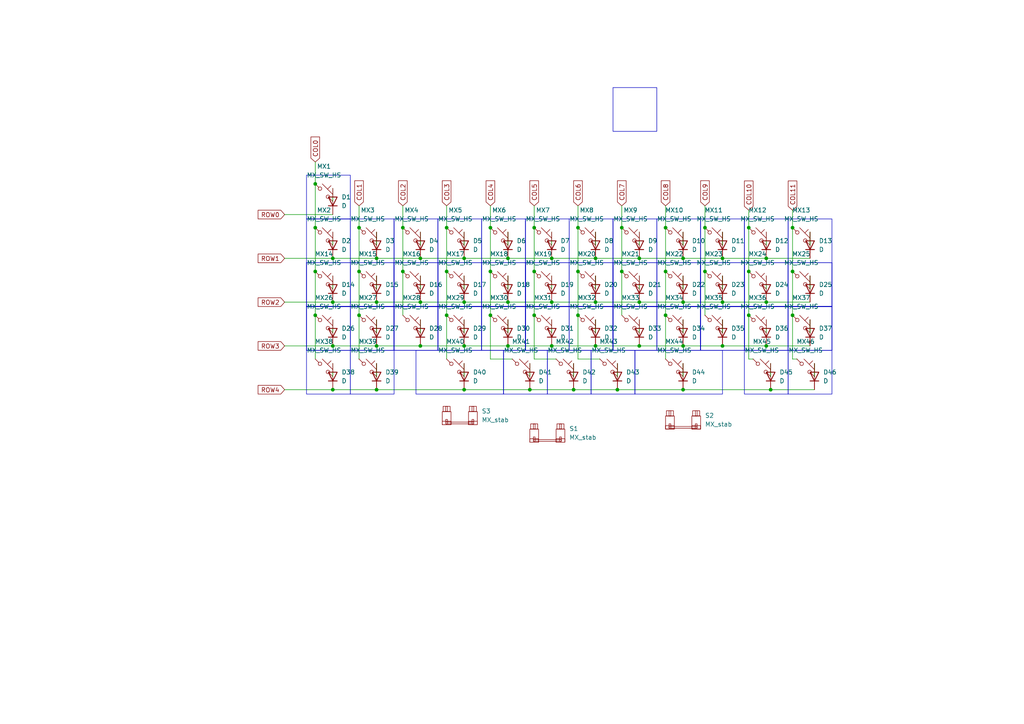
<source format=kicad_sch>
(kicad_sch (version 20231120) (generator "eeschema") (generator_version "8.0")
  (paper "A4")
  (title_block (title "Yampad") (date "2019-04-28") (rev "2.0") (company "Mattia Dal Ben"))
  (junction (at 185.42 87.63))
  (junction (at 172.72 87.63))
  (junction (at 167.64 91.44))
  (junction (at 217.17 91.44))
  (junction (at 129.54 66.04))
  (junction (at 222.25 74.93))
  (junction (at 229.87 91.44))
  (junction (at 209.55 100.33))
  (junction (at 172.72 100.33))
  (junction (at 167.64 66.04))
  (junction (at 147.32 87.63))
  (junction (at 134.62 113.03))
  (junction (at 154.94 91.44))
  (junction (at 198.12 100.33))
  (junction (at 142.24 66.04))
  (junction (at 147.32 100.33))
  (junction (at 180.34 66.04))
  (junction (at 198.12 113.03))
  (junction (at 142.24 91.44))
  (junction (at 222.25 87.63))
  (junction (at 116.84 66.04))
  (junction (at 198.12 87.63))
  (junction (at 121.92 87.63))
  (junction (at 96.52 87.63))
  (junction (at 96.52 100.33))
  (junction (at 129.54 78.74))
  (junction (at 96.52 113.03))
  (junction (at 121.92 74.93))
  (junction (at 109.22 74.93))
  (junction (at 160.02 87.63))
  (junction (at 147.32 74.93))
  (junction (at 160.02 100.33))
  (junction (at 121.92 100.33))
  (junction (at 193.04 78.74))
  (junction (at 142.24 78.74))
  (junction (at 129.54 91.44))
  (junction (at 160.02 74.93))
  (junction (at 229.87 78.74))
  (junction (at 172.72 74.93))
  (junction (at 96.52 74.93))
  (junction (at 104.14 66.04))
  (junction (at 134.62 87.63))
  (junction (at 109.22 87.63))
  (junction (at 154.94 66.04))
  (junction (at 134.62 100.33))
  (junction (at 91.44 53.34))
  (junction (at 209.55 74.93))
  (junction (at 180.34 78.74))
  (junction (at 229.87 66.04))
  (junction (at 167.64 78.74))
  (junction (at 209.55 87.63))
  (junction (at 91.44 78.74))
  (junction (at 116.84 78.74))
  (junction (at 193.04 91.44))
  (junction (at 104.14 91.44))
  (junction (at 193.04 66.04))
  (junction (at 109.22 113.03))
  (junction (at 166.37 113.03))
  (junction (at 198.12 74.93))
  (junction (at 179.07 113.03))
  (junction (at 91.44 66.04))
  (junction (at 204.47 66.04))
  (junction (at 134.62 74.93))
  (junction (at 185.42 100.33))
  (junction (at 104.14 78.74))
  (junction (at 91.44 91.44))
  (junction (at 222.25 100.33))
  (junction (at 217.17 66.04))
  (junction (at 217.17 78.74))
  (junction (at 223.52 113.03))
  (junction (at 204.47 78.74))
  (junction (at 154.94 78.74))
  (junction (at 109.22 100.33))
  (junction (at 185.42 74.93))
  (junction (at 153.67 113.03))
  (wire (pts (xy 109.22 100.33) (xy 121.92 100.33)))
  (wire (pts (xy 180.34 78.74) (xy 180.34 91.44)))
  (wire (pts (xy 82.55 87.63) (xy 96.52 87.63)))
  (wire (pts (xy 222.25 67.31) (xy 222.25 71.12)))
  (wire (pts (xy 160.02 80.01) (xy 160.02 83.82)))
  (wire (pts (xy 179.07 105.41) (xy 179.07 109.22)))
  (wire (pts (xy 104.14 78.74) (xy 104.14 91.44)))
  (wire (pts (xy 121.92 87.63) (xy 134.62 87.63)))
  (wire (pts (xy 198.12 80.01) (xy 198.12 83.82)))
  (wire (pts (xy 229.87 91.44) (xy 229.87 104.14)))
  (wire (pts (xy 229.87 104.14) (xy 231.14 104.14)))
  (wire (pts (xy 154.94 59.69) (xy 154.94 66.04)))
  (wire (pts (xy 185.42 87.63) (xy 198.12 87.63)))
  (wire (pts (xy 167.64 78.74) (xy 167.64 91.44)))
  (wire (pts (xy 180.34 59.69) (xy 180.34 66.04)))
  (wire (pts (xy 193.04 66.04) (xy 193.04 78.74)))
  (wire (pts (xy 198.12 87.63) (xy 209.55 87.63)))
  (wire (pts (xy 160.02 92.71) (xy 160.02 96.52)))
  (wire (pts (xy 109.22 92.71) (xy 109.22 96.52)))
  (wire (pts (xy 129.54 59.69) (xy 129.54 66.04)))
  (wire (pts (xy 222.25 74.93) (xy 234.95 74.93)))
  (wire (pts (xy 129.54 66.04) (xy 129.54 78.74)))
  (wire (pts (xy 234.95 80.01) (xy 234.95 83.82)))
  (wire (pts (xy 116.84 66.04) (xy 116.84 78.74)))
  (wire (pts (xy 129.54 91.44) (xy 129.54 104.14)))
  (wire (pts (xy 167.64 104.14) (xy 173.99 104.14)))
  (wire (pts (xy 134.62 87.63) (xy 147.32 87.63)))
  (wire (pts (xy 217.17 66.04) (xy 217.17 78.74)))
  (wire (pts (xy 209.55 100.33) (xy 222.25 100.33)))
  (wire (pts (xy 142.24 59.69) (xy 142.24 66.04)))
  (wire (pts (xy 154.94 66.04) (xy 154.94 78.74)))
  (wire (pts (xy 204.47 59.69) (xy 204.47 66.04)))
  (wire (pts (xy 129.54 78.74) (xy 129.54 91.44)))
  (wire (pts (xy 96.52 80.01) (xy 96.52 83.82)))
  (wire (pts (xy 167.64 66.04) (xy 167.64 78.74)))
  (wire (pts (xy 96.52 54.61) (xy 96.52 58.42)))
  (wire (pts (xy 172.72 67.31) (xy 172.72 71.12)))
  (wire (pts (xy 109.22 87.63) (xy 121.92 87.63)))
  (wire (pts (xy 185.42 67.31) (xy 185.42 71.12)))
  (wire (pts (xy 193.04 78.74) (xy 193.04 91.44)))
  (wire (pts (xy 160.02 87.63) (xy 172.72 87.63)))
  (wire (pts (xy 198.12 74.93) (xy 209.55 74.93)))
  (wire (pts (xy 109.22 67.31) (xy 109.22 71.12)))
  (wire (pts (xy 147.32 100.33) (xy 160.02 100.33)))
  (wire (pts (xy 121.92 74.93) (xy 134.62 74.93)))
  (wire (pts (xy 142.24 104.14) (xy 148.59 104.14)))
  (wire (pts (xy 234.95 67.31) (xy 234.95 71.12)))
  (wire (pts (xy 134.62 113.03) (xy 153.67 113.03)))
  (wire (pts (xy 147.32 87.63) (xy 160.02 87.63)))
  (wire (pts (xy 147.32 67.31) (xy 147.32 71.12)))
  (wire (pts (xy 96.52 92.71) (xy 96.52 96.52)))
  (wire (pts (xy 185.42 80.01) (xy 185.42 83.82)))
  (wire (pts (xy 96.52 113.03) (xy 109.22 113.03)))
  (wire (pts (xy 198.12 113.03) (xy 223.52 113.03)))
  (wire (pts (xy 121.92 80.01) (xy 121.92 83.82)))
  (wire (pts (xy 142.24 78.74) (xy 142.24 91.44)))
  (wire (pts (xy 236.22 105.41) (xy 236.22 109.22)))
  (wire (pts (xy 160.02 67.31) (xy 160.02 71.12)))
  (wire (pts (xy 193.04 59.69) (xy 193.04 66.04)))
  (wire (pts (xy 134.62 105.41) (xy 134.62 109.22)))
  (wire (pts (xy 160.02 74.93) (xy 172.72 74.93)))
  (wire (pts (xy 82.55 100.33) (xy 96.52 100.33)))
  (wire (pts (xy 172.72 74.93) (xy 185.42 74.93)))
  (wire (pts (xy 167.64 59.69) (xy 167.64 66.04)))
  (wire (pts (xy 154.94 91.44) (xy 154.94 104.14)))
  (wire (pts (xy 82.55 113.03) (xy 96.52 113.03)))
  (wire (pts (xy 209.55 92.71) (xy 209.55 96.52)))
  (wire (pts (xy 198.12 92.71) (xy 198.12 96.52)))
  (wire (pts (xy 185.42 74.93) (xy 198.12 74.93)))
  (wire (pts (xy 229.87 78.74) (xy 229.87 91.44)))
  (wire (pts (xy 134.62 80.01) (xy 134.62 83.82)))
  (wire (pts (xy 91.44 91.44) (xy 91.44 104.14)))
  (wire (pts (xy 234.95 92.71) (xy 234.95 96.52)))
  (wire (pts (xy 204.47 66.04) (xy 204.47 78.74)))
  (wire (pts (xy 179.07 113.03) (xy 198.12 113.03)))
  (wire (pts (xy 109.22 80.01) (xy 109.22 83.82)))
  (wire (pts (xy 166.37 105.41) (xy 166.37 109.22)))
  (wire (pts (xy 109.22 105.41) (xy 109.22 109.22)))
  (wire (pts (xy 209.55 80.01) (xy 209.55 83.82)))
  (wire (pts (xy 142.24 66.04) (xy 142.24 78.74)))
  (wire (pts (xy 222.25 80.01) (xy 222.25 83.82)))
  (wire (pts (xy 222.25 100.33) (xy 234.95 100.33)))
  (wire (pts (xy 198.12 67.31) (xy 198.12 71.12)))
  (wire (pts (xy 153.67 105.41) (xy 153.67 109.22)))
  (wire (pts (xy 222.25 87.63) (xy 234.95 87.63)))
  (wire (pts (xy 217.17 60.96) (xy 217.17 66.04)))
  (wire (pts (xy 121.92 100.33) (xy 134.62 100.33)))
  (wire (pts (xy 172.72 100.33) (xy 185.42 100.33)))
  (wire (pts (xy 180.34 66.04) (xy 180.34 78.74)))
  (wire (pts (xy 166.37 113.03) (xy 179.07 113.03)))
  (wire (pts (xy 167.64 91.44) (xy 167.64 104.14)))
  (wire (pts (xy 96.52 105.41) (xy 96.52 109.22)))
  (wire (pts (xy 91.44 46.99) (xy 91.44 53.34)))
  (wire (pts (xy 147.32 80.01) (xy 147.32 83.82)))
  (wire (pts (xy 147.32 74.93) (xy 160.02 74.93)))
  (wire (pts (xy 147.32 92.71) (xy 147.32 96.52)))
  (wire (pts (xy 229.87 60.96) (xy 229.87 66.04)))
  (wire (pts (xy 109.22 74.93) (xy 121.92 74.93)))
  (wire (pts (xy 104.14 59.69) (xy 104.14 66.04)))
  (wire (pts (xy 222.25 92.71) (xy 222.25 96.52)))
  (wire (pts (xy 96.52 74.93) (xy 109.22 74.93)))
  (wire (pts (xy 134.62 100.33) (xy 147.32 100.33)))
  (wire (pts (xy 121.92 67.31) (xy 121.92 71.12)))
  (wire (pts (xy 96.52 100.33) (xy 109.22 100.33)))
  (wire (pts (xy 121.92 92.71) (xy 121.92 96.52)))
  (wire (pts (xy 198.12 105.41) (xy 198.12 109.22)))
  (wire (pts (xy 217.17 104.14) (xy 218.44 104.14)))
  (wire (pts (xy 209.55 67.31) (xy 209.55 71.12)))
  (wire (pts (xy 154.94 78.74) (xy 154.94 91.44)))
  (wire (pts (xy 198.12 100.33) (xy 209.55 100.33)))
  (wire (pts (xy 91.44 53.34) (xy 91.44 66.04)))
  (wire (pts (xy 82.55 62.23) (xy 96.52 62.23)))
  (wire (pts (xy 217.17 91.44) (xy 217.17 104.14)))
  (wire (pts (xy 134.62 92.71) (xy 134.62 96.52)))
  (wire (pts (xy 134.62 74.93) (xy 147.32 74.93)))
  (wire (pts (xy 96.52 87.63) (xy 109.22 87.63)))
  (wire (pts (xy 172.72 87.63) (xy 185.42 87.63)))
  (wire (pts (xy 160.02 100.33) (xy 172.72 100.33)))
  (wire (pts (xy 185.42 92.71) (xy 185.42 96.52)))
  (wire (pts (xy 172.72 80.01) (xy 172.72 83.82)))
  (wire (pts (xy 172.72 92.71) (xy 172.72 96.52)))
  (wire (pts (xy 91.44 78.74) (xy 91.44 91.44)))
  (wire (pts (xy 204.47 78.74) (xy 204.47 91.44)))
  (wire (pts (xy 134.62 67.31) (xy 134.62 71.12)))
  (wire (pts (xy 193.04 91.44) (xy 193.04 104.14)))
  (wire (pts (xy 104.14 91.44) (xy 104.14 104.14)))
  (wire (pts (xy 217.17 78.74) (xy 217.17 91.44)))
  (wire (pts (xy 223.52 105.41) (xy 223.52 109.22)))
  (wire (pts (xy 109.22 113.03) (xy 134.62 113.03)))
  (wire (pts (xy 223.52 113.03) (xy 236.22 113.03)))
  (wire (pts (xy 116.84 59.69) (xy 116.84 66.04)))
  (wire (pts (xy 82.55 74.93) (xy 96.52 74.93)))
  (wire (pts (xy 209.55 87.63) (xy 222.25 87.63)))
  (wire (pts (xy 153.67 113.03) (xy 166.37 113.03)))
  (wire (pts (xy 116.84 78.74) (xy 116.84 91.44)))
  (wire (pts (xy 91.44 66.04) (xy 91.44 78.74)))
  (wire (pts (xy 209.55 74.93) (xy 222.25 74.93)))
  (wire (pts (xy 104.14 66.04) (xy 104.14 78.74)))
  (wire (pts (xy 154.94 104.14) (xy 161.29 104.14)))
  (wire (pts (xy 142.24 91.44) (xy 142.24 104.14)))
  (wire (pts (xy 185.42 100.33) (xy 198.12 100.33)))
  (wire (pts (xy 229.87 66.04) (xy 229.87 78.74)))
  (wire (pts (xy 96.52 67.31) (xy 96.52 71.12)))
  (rectangle (start 139.7 88.9) (end 152.4 101.6))
  (rectangle (start 114.3 76.2) (end 127 88.9))
  (rectangle (start 228.6 76.2) (end 241.3 88.9))
  (rectangle (start 165.1 88.9) (end 177.8 101.6))
  (rectangle (start 190.5 76.2) (end 203.2 88.9))
  (rectangle (start 146.05 101.6) (end 158.75 114.3))
  (rectangle (start 215.9 88.9) (end 228.6 101.6))
  (rectangle (start 114.3 76.2) (end 127 88.9))
  (rectangle (start 228.6 88.9) (end 241.3 101.6))
  (rectangle (start 88.9 63.5) (end 101.6 76.2))
  (rectangle (start 120.65 101.6) (end 146.05 114.3))
  (rectangle (start 101.6 101.6) (end 114.3 114.3))
  (rectangle (start 88.9 88.9) (end 101.6 101.6))
  (rectangle (start 127 76.2) (end 139.7 88.9))
  (rectangle (start 177.8 76.2) (end 190.5 88.9))
  (rectangle (start 139.7 88.9) (end 152.4 101.6))
  (rectangle (start 228.6 76.2) (end 241.3 88.9))
  (rectangle (start 184.15 101.6) (end 209.55 114.3))
  (rectangle (start 177.8 63.5) (end 190.5 76.2))
  (rectangle (start 152.4 76.2) (end 165.1 88.9))
  (rectangle (start 88.9 76.2) (end 101.6 88.9))
  (rectangle (start 101.6 76.2) (end 114.3 88.9))
  (rectangle (start 177.8 88.9) (end 190.5 101.6))
  (rectangle (start 177.8 88.9) (end 190.5 101.6))
  (rectangle (start 203.2 76.2) (end 215.9 88.9))
  (rectangle (start 101.6 88.9) (end 114.3 101.6))
  (rectangle (start 190.5 76.2) (end 203.2 88.9))
  (rectangle (start 88.9 50.8) (end 101.6 63.5))
  (rectangle (start 203.2 88.9) (end 215.9 101.6))
  (rectangle (start 127 88.9) (end 139.7 101.6))
  (rectangle (start 152.4 76.2) (end 165.1 88.9))
  (rectangle (start 152.4 88.9) (end 165.1 101.6))
  (rectangle (start 203.2 63.5) (end 215.9 76.2))
  (rectangle (start 139.7 76.2) (end 152.4 88.9))
  (rectangle (start 101.6 76.2) (end 114.3 88.9))
  (rectangle (start 139.7 76.2) (end 152.4 88.9))
  (rectangle (start 152.4 63.5) (end 165.1 76.2))
  (rectangle (start 139.7 63.5) (end 152.4 76.2))
  (rectangle (start 101.6 63.5) (end 114.3 76.2))
  (rectangle (start 165.1 63.5) (end 177.8 76.2))
  (rectangle (start 114.3 88.9) (end 127 101.6))
  (rectangle (start 215.9 101.6) (end 228.6 114.3))
  (rectangle (start 127 76.2) (end 139.7 88.9))
  (rectangle (start 203.2 88.9) (end 215.9 101.6))
  (rectangle (start 88.9 101.6) (end 101.6 114.3))
  (rectangle (start 101.6 88.9) (end 114.3 101.6))
  (rectangle (start 215.9 63.5) (end 228.6 76.2))
  (rectangle (start 165.1 76.2) (end 177.8 88.9))
  (rectangle (start 165.1 88.9) (end 177.8 101.6))
  (rectangle (start 114.3 88.9) (end 127 101.6))
  (rectangle (start 190.5 88.9) (end 203.2 101.6))
  (rectangle (start 215.9 76.2) (end 228.6 88.9))
  (rectangle (start 228.6 63.5) (end 241.3 76.2))
  (rectangle (start 152.4 88.9) (end 165.1 101.6))
  (rectangle (start 127 63.5) (end 139.7 76.2))
  (rectangle (start 177.8 76.2) (end 190.5 88.9))
  (rectangle (start 203.2 76.2) (end 215.9 88.9))
  (rectangle (start 171.45 101.6) (end 184.15 114.3))
  (rectangle (start 228.6 88.9) (end 241.3 101.6))
  (rectangle (start 228.6 101.6) (end 241.3 114.3))
  (rectangle (start 114.3 63.5) (end 127 76.2))
  (rectangle (start 215.9 76.2) (end 228.6 88.9))
  (rectangle (start 215.9 88.9) (end 228.6 101.6))
  (rectangle (start 190.5 63.5) (end 203.2 76.2))
  (rectangle (start 127 88.9) (end 139.7 101.6))
  (rectangle (start 190.5 88.9) (end 203.2 101.6))
  (rectangle (start 177.8 25.4) (end 190.5 38.1))
  (rectangle (start 158.75 101.6) (end 171.45 114.3))
  (rectangle (start 88.9 88.9) (end 101.6 101.6))
  (rectangle (start 165.1 76.2) (end 177.8 88.9))
  (rectangle (start 88.9 76.2) (end 101.6 88.9))
  (global_label "COL1" (shape input) (at 104.14 59.69 90) (property "Intersheetrefs" "${INTERSHEET_REFS}" (effects (hide yes))))
  (global_label "ROW4" (shape input) (at 82.55 113.03 180) (property "Intersheetrefs" "${INTERSHEET_REFS}" (effects (hide yes))))
  (global_label "ROW1" (shape input) (at 82.55 74.93 180) (property "Intersheetrefs" "${INTERSHEET_REFS}" (effects (hide yes))))
  (global_label "COL6" (shape input) (at -40.64 41.91 180) (property "Intersheetrefs" "${INTERSHEET_REFS}" (effects (hide yes))))
  (global_label "COL0" (shape input) (at -10.16 29.21 0) (property "Intersheetrefs" "${INTERSHEET_REFS}" (effects (hide yes))))
  (global_label "ROW2" (shape input) (at -10.16 36.83 0) (property "Intersheetrefs" "${INTERSHEET_REFS}" (effects (hide yes))))
  (global_label "ROW3" (shape input) (at 82.55 100.33 180) (property "Intersheetrefs" "${INTERSHEET_REFS}" (effects (hide yes))))
  (global_label "COL0" (shape input) (at 91.44 46.99 90) (property "Intersheetrefs" "${INTERSHEET_REFS}" (effects (hide yes))))
  (global_label "COL5" (shape input) (at -40.64 44.45 180) (property "Intersheetrefs" "${INTERSHEET_REFS}" (effects (hide yes))))
  (global_label "COL4" (shape input) (at 142.24 59.69 90) (property "Intersheetrefs" "${INTERSHEET_REFS}" (effects (hide yes))))
  (global_label "COL10" (shape input) (at 217.17 60.96 90) (property "Intersheetrefs" "${INTERSHEET_REFS}" (effects (hide yes))))
  (global_label "COL4" (shape input) (at -40.64 46.99 180) (property "Intersheetrefs" "${INTERSHEET_REFS}" (effects (hide yes))))
  (global_label "COL2" (shape input) (at 116.84 59.69 90) (property "Intersheetrefs" "${INTERSHEET_REFS}" (effects (hide yes))))
  (global_label "COL7" (shape input) (at 180.34 59.69 90) (property "Intersheetrefs" "${INTERSHEET_REFS}" (effects (hide yes))))
  (global_label "COL11" (shape input) (at 229.87 60.96 90) (property "Intersheetrefs" "${INTERSHEET_REFS}" (effects (hide yes))))
  (global_label "COL6" (shape input) (at 167.64 59.69 90) (property "Intersheetrefs" "${INTERSHEET_REFS}" (effects (hide yes))))
  (global_label "ROW3" (shape input) (at -10.16 34.29 0) (property "Intersheetrefs" "${INTERSHEET_REFS}" (effects (hide yes))))
  (global_label "COL5" (shape input) (at 154.94 59.69 90) (property "Intersheetrefs" "${INTERSHEET_REFS}" (effects (hide yes))))
  (global_label "COL9" (shape input) (at 204.47 59.69 90) (property "Intersheetrefs" "${INTERSHEET_REFS}" (effects (hide yes))))
  (global_label "COL8" (shape input) (at -40.64 36.83 180) (property "Intersheetrefs" "${INTERSHEET_REFS}" (effects (hide yes))))
  (global_label "COL3" (shape input) (at -10.16 46.99 0) (property "Intersheetrefs" "${INTERSHEET_REFS}" (effects (hide yes))))
  (global_label "ROW0" (shape input) (at 82.55 62.23 180) (property "Intersheetrefs" "${INTERSHEET_REFS}" (effects (hide yes))))
  (global_label "COL10" (shape input) (at -40.64 31.75 180) (property "Intersheetrefs" "${INTERSHEET_REFS}" (effects (hide yes))))
  (global_label "COL1" (shape input) (at -10.16 41.91 0) (property "Intersheetrefs" "${INTERSHEET_REFS}" (effects (hide yes))))
  (global_label "COL2" (shape input) (at -10.16 44.45 0) (property "Intersheetrefs" "${INTERSHEET_REFS}" (effects (hide yes))))
  (global_label "COL8" (shape input) (at 193.04 59.69 90) (property "Intersheetrefs" "${INTERSHEET_REFS}" (effects (hide yes))))
  (global_label "ROW1" (shape input) (at -10.16 39.37 0) (property "Intersheetrefs" "${INTERSHEET_REFS}" (effects (hide yes))))
  (global_label "COL3" (shape input) (at 129.54 59.69 90) (property "Intersheetrefs" "${INTERSHEET_REFS}" (effects (hide yes))))
  (global_label "ROW2" (shape input) (at 82.55 87.63 180) (property "Intersheetrefs" "${INTERSHEET_REFS}" (effects (hide yes))))
  (global_label "ROW0" (shape input) (at -40.64 21.59 180) (property "Intersheetrefs" "${INTERSHEET_REFS}" (effects (hide yes))))
  (global_label "COL11" (shape input) (at -40.64 29.21 180) (property "Intersheetrefs" "${INTERSHEET_REFS}" (effects (hide yes))))
  (global_label "ROW4" (shape input) (at -10.16 31.75 0) (property "Intersheetrefs" "${INTERSHEET_REFS}" (effects (hide yes))))
  (global_label "COL7" (shape input) (at -40.64 39.37 180) (property "Intersheetrefs" "${INTERSHEET_REFS}" (effects (hide yes))))
  (global_label "RST" (shape input) (at -10.16 24.13 0) (property "Intersheetrefs" "${INTERSHEET_REFS}" (effects (hide yes))))
  (global_label "COL9" (shape input) (at -40.64 34.29 180) (property "Intersheetrefs" "${INTERSHEET_REFS}" (effects (hide yes))))
  (symbol (lib_id "yampad_v2-rescue:VCC-power") (at -10.16 26.67 270) (unit 1)
    (property "Reference" "#PWR0130" (effects (hide yes)))
    (property "Value" "VCC" (at -6.9088 27.1018 90) (effects (justify left)))
  )
  (symbol (lib_id "yampad_v2-rescue:GND-power") (at -10.16 21.59 90) (unit 1)
    (property "Reference" "#PWR0131" (effects (hide yes)))
    (property "Value" "GND" (at -6.9088 21.463 90) (effects (justify right)))
  )
  (symbol (lib_id "yampad_v2-rescue:GND-power") (at -40.64 24.13 270) (unit 1)
    (property "Reference" "#PWR0133" (effects (hide yes)))
    (property "Value" "GND" (at -43.8912 24.257 90) (effects (justify right)))
  )
  (symbol (lib_id "yampad_v2-rescue:GND-power") (at -40.64 26.67 270) (unit 1)
    (property "Reference" "#PWR0134" (effects (hide yes)))
    (property "Value" "GND" (at -43.8912 26.797 90) (effects (justify right)))
  )
  (symbol (lib_id "PCM_marbastlib-mx:MX_SW_HS_CPG151101S11") (at 195.58 81.28 0) (unit 1)
    (property "Reference" "MX22" (at 195.58 73.66 0))
    (property "Value" "MX_SW_HS" (at 195.58 76.2 0))
    (property "Footprint" "PCM_marbastlib-mx:SW_MX_HS_CPG151101S11_1u" (effects (hide yes)))
    (property "Description" "Push button switch, normally open, two pins, 45° tilted, Kailh CPG151101S11 for Cherry MX style switches" (effects (hide yes)))
  )
  (symbol (lib_id "PCM_marbastlib-mx:MX_SW_HS_CPG151101S11") (at 207.01 81.28 0) (unit 1)
    (property "Reference" "MX23" (at 207.01 73.66 0))
    (property "Value" "MX_SW_HS" (at 207.01 76.2 0))
    (property "Footprint" "PCM_marbastlib-mx:SW_MX_HS_CPG151101S11_1u" (effects (hide yes)))
    (property "Description" "Push button switch, normally open, two pins, 45° tilted, Kailh CPG151101S11 for Cherry MX style switches" (effects (hide yes)))
  )
  (symbol (lib_id "Device:D") (at 121.92 71.12 90) (unit 1)
    (property "Reference" "D4" (at 124.46 69.8499 90) (effects (justify right)))
    (property "Value" "D" (at 124.46 72.3899 90) (effects (justify right)))
    (property "Footprint" "Diode_SMD:D_SOD-123" (effects (hide yes)))
    (property "Description" "Diode" (effects (hide yes)))
    (property "Sim.Device" "D" (effects (hide yes)))
    (property "Sim.Pins" "1=K 2=A" (effects (hide yes)))
  )
  (symbol (lib_id "PCM_marbastlib-mx:MX_SW_HS_CPG151101S11") (at 232.41 81.28 0) (unit 1)
    (property "Reference" "MX25" (at 232.41 73.66 0))
    (property "Value" "MX_SW_HS" (at 232.41 76.2 0))
    (property "Footprint" "PCM_marbastlib-mx:SW_MX_HS_CPG151101S11_1u" (effects (hide yes)))
    (property "Description" "Push button switch, normally open, two pins, 45° tilted, Kailh CPG151101S11 for Cherry MX style switches" (effects (hide yes)))
  )
  (symbol (lib_id "PCM_marbastlib-mx:MX_SW_HS_CPG151101S11") (at 233.68 106.68 0) (unit 1)
    (property "Reference" "MX46" (at 233.68 99.06 0))
    (property "Value" "MX_SW_HS" (at 233.68 101.6 0))
    (property "Footprint" "PCM_marbastlib-mx:SW_MX_HS_CPG151101S11_1u" (effects (hide yes)))
    (property "Description" "Push button switch, normally open, two pins, 45° tilted, Kailh CPG151101S11 for Cherry MX style switches" (effects (hide yes)))
  )
  (symbol (lib_id "PCM_marbastlib-mx:MX_SW_HS_CPG151101S11") (at 176.53 106.68 0) (unit 1)
    (property "Reference" "MX43" (at 176.53 99.06 0))
    (property "Value" "MX_SW_HS" (at 176.53 101.6 0))
    (property "Footprint" "PCM_marbastlib-mx:SW_MX_HS_CPG151101S11_1u" (effects (hide yes)))
    (property "Description" "Push button switch, normally open, two pins, 45° tilted, Kailh CPG151101S11 for Cherry MX style switches" (effects (hide yes)))
  )
  (symbol (lib_id "Device:D") (at 234.95 71.12 90) (unit 1)
    (property "Reference" "D13" (at 237.49 69.8499 90) (effects (justify right)))
    (property "Value" "D" (at 237.49 72.3899 90) (effects (justify right)))
    (property "Footprint" "Diode_SMD:D_SOD-123" (effects (hide yes)))
    (property "Description" "Diode" (effects (hide yes)))
    (property "Sim.Device" "D" (effects (hide yes)))
    (property "Sim.Pins" "1=K 2=A" (effects (hide yes)))
  )
  (symbol (lib_id "PCM_marbastlib-mx:MX_SW_HS_CPG151101S11") (at 132.08 81.28 0) (unit 1)
    (property "Reference" "MX17" (at 132.08 73.66 0))
    (property "Value" "MX_SW_HS" (at 132.08 76.2 0))
    (property "Footprint" "PCM_marbastlib-mx:SW_MX_HS_CPG151101S11_1u" (effects (hide yes)))
    (property "Description" "Push button switch, normally open, two pins, 45° tilted, Kailh CPG151101S11 for Cherry MX style switches" (effects (hide yes)))
  )
  (symbol (lib_id "Device:D") (at 121.92 83.82 90) (unit 1)
    (property "Reference" "D16" (at 124.46 82.5499 90) (effects (justify right)))
    (property "Value" "D" (at 124.46 85.0899 90) (effects (justify right)))
    (property "Footprint" "Diode_SMD:D_SOD-123" (effects (hide yes)))
    (property "Description" "Diode" (effects (hide yes)))
    (property "Sim.Device" "D" (effects (hide yes)))
    (property "Sim.Pins" "1=K 2=A" (effects (hide yes)))
  )
  (symbol (lib_id "PCM_marbastlib-mx:MX_SW_HS_CPG151101S11") (at 93.98 68.58 0) (unit 1)
    (property "Reference" "MX2" (at 93.98 60.96 0))
    (property "Value" "MX_SW_HS" (at 93.98 63.5 0))
    (property "Footprint" "PCM_marbastlib-mx:SW_MX_HS_CPG151101S11_1u" (effects (hide yes)))
    (property "Description" "Push button switch, normally open, two pins, 45° tilted, Kailh CPG151101S11 for Cherry MX style switches" (effects (hide yes)))
  )
  (symbol (lib_id "PCM_marbastlib-mx:MX_SW_HS_CPG151101S11") (at 195.58 106.68 0) (unit 1)
    (property "Reference" "MX44" (at 195.58 99.06 0))
    (property "Value" "MX_SW_HS" (at 195.58 101.6 0))
    (property "Footprint" "PCM_marbastlib-mx:SW_MX_HS_CPG151101S11_1u" (effects (hide yes)))
    (property "Description" "Push button switch, normally open, two pins, 45° tilted, Kailh CPG151101S11 for Cherry MX style switches" (effects (hide yes)))
  )
  (symbol (lib_id "Device:D") (at 185.42 83.82 90) (unit 1)
    (property "Reference" "D21" (at 187.96 82.5499 90) (effects (justify right)))
    (property "Value" "D" (at 187.96 85.0899 90) (effects (justify right)))
    (property "Footprint" "Diode_SMD:D_SOD-123" (effects (hide yes)))
    (property "Description" "Diode" (effects (hide yes)))
    (property "Sim.Device" "D" (effects (hide yes)))
    (property "Sim.Pins" "1=K 2=A" (effects (hide yes)))
  )
  (symbol (lib_id "Device:D") (at 96.52 58.42 90) (unit 1)
    (property "Reference" "D1" (at 99.06 57.1499 90) (effects (justify right)))
    (property "Value" "D" (at 99.06 59.6899 90) (effects (justify right)))
    (property "Footprint" "Diode_SMD:D_SOD-123" (effects (hide yes)))
    (property "Description" "Diode" (effects (hide yes)))
    (property "Sim.Device" "D" (effects (hide yes)))
    (property "Sim.Pins" "1=K 2=A" (effects (hide yes)))
  )
  (symbol (lib_id "Device:D") (at 160.02 83.82 90) (unit 1)
    (property "Reference" "D19" (at 162.56 82.5499 90) (effects (justify right)))
    (property "Value" "D" (at 162.56 85.0899 90) (effects (justify right)))
    (property "Footprint" "Diode_SMD:D_SOD-123" (effects (hide yes)))
    (property "Description" "Diode" (effects (hide yes)))
    (property "Sim.Device" "D" (effects (hide yes)))
    (property "Sim.Pins" "1=K 2=A" (effects (hide yes)))
  )
  (symbol (lib_id "Device:D") (at 134.62 96.52 90) (unit 1)
    (property "Reference" "D29" (at 137.16 95.2499 90) (effects (justify right)))
    (property "Value" "D" (at 137.16 97.7899 90) (effects (justify right)))
    (property "Footprint" "Diode_SMD:D_SOD-123" (effects (hide yes)))
    (property "Description" "Diode" (effects (hide yes)))
    (property "Sim.Device" "D" (effects (hide yes)))
    (property "Sim.Pins" "1=K 2=A" (effects (hide yes)))
  )
  (symbol (lib_id "Device:D") (at 147.32 83.82 90) (unit 1)
    (property "Reference" "D18" (at 149.86 82.5499 90) (effects (justify right)))
    (property "Value" "D" (at 149.86 85.0899 90) (effects (justify right)))
    (property "Footprint" "Diode_SMD:D_SOD-123" (effects (hide yes)))
    (property "Description" "Diode" (effects (hide yes)))
    (property "Sim.Device" "D" (effects (hide yes)))
    (property "Sim.Pins" "1=K 2=A" (effects (hide yes)))
  )
  (symbol (lib_id "PCM_marbastlib-mx:MX_SW_HS_CPG151101S11") (at 157.48 68.58 0) (unit 1)
    (property "Reference" "MX7" (at 157.48 60.96 0))
    (property "Value" "MX_SW_HS" (at 157.48 63.5 0))
    (property "Footprint" "PCM_marbastlib-mx:SW_MX_HS_CPG151101S11_1u" (effects (hide yes)))
    (property "Description" "Push button switch, normally open, two pins, 45° tilted, Kailh CPG151101S11 for Cherry MX style switches" (effects (hide yes)))
  )
  (symbol (lib_id "PCM_marbastlib-mx:MX_SW_HS_CPG151101S11") (at 219.71 81.28 0) (unit 1)
    (property "Reference" "MX24" (at 219.71 73.66 0))
    (property "Value" "MX_SW_HS" (at 219.71 76.2 0))
    (property "Footprint" "PCM_marbastlib-mx:SW_MX_HS_CPG151101S11_1u" (effects (hide yes)))
    (property "Description" "Push button switch, normally open, two pins, 45° tilted, Kailh CPG151101S11 for Cherry MX style switches" (effects (hide yes)))
  )
  (symbol (lib_id "PCM_marbastlib-mx:MX_SW_HS_CPG151101S11") (at 132.08 106.68 0) (unit 1)
    (property "Reference" "MX40" (at 132.08 99.06 0))
    (property "Value" "MX_SW_HS" (at 132.08 101.6 0))
    (property "Footprint" "PCM_marbastlib-mx:SW_MX_HS_CPG151101S11_1u" (effects (hide yes)))
    (property "Description" "Push button switch, normally open, two pins, 45° tilted, Kailh CPG151101S11 for Cherry MX style switches" (effects (hide yes)))
  )
  (symbol (lib_id "PCM_marbastlib-mx:MX_SW_HS_CPG151101S11") (at 207.01 93.98 0) (unit 1)
    (property "Reference" "MX35" (at 207.01 86.36 0))
    (property "Value" "MX_SW_HS" (at 207.01 88.9 0))
    (property "Footprint" "PCM_marbastlib-mx:SW_MX_HS_CPG151101S11_1u" (effects (hide yes)))
    (property "Description" "Push button switch, normally open, two pins, 45° tilted, Kailh CPG151101S11 for Cherry MX style switches" (effects (hide yes)))
  )
  (symbol (lib_id "Device:D") (at 96.52 96.52 90) (unit 1)
    (property "Reference" "D26" (at 99.06 95.2499 90) (effects (justify right)))
    (property "Value" "D" (at 99.06 97.7899 90) (effects (justify right)))
    (property "Footprint" "Diode_SMD:D_SOD-123" (effects (hide yes)))
    (property "Description" "Diode" (effects (hide yes)))
    (property "Sim.Device" "D" (effects (hide yes)))
    (property "Sim.Pins" "1=K 2=A" (effects (hide yes)))
  )
  (symbol (lib_id "PCM_marbastlib-mx:MX_SW_HS_CPG151101S11") (at 232.41 93.98 0) (unit 1)
    (property "Reference" "MX37" (at 232.41 86.36 0))
    (property "Value" "MX_SW_HS" (at 232.41 88.9 0))
    (property "Footprint" "PCM_marbastlib-mx:SW_MX_HS_CPG151101S11_1u" (effects (hide yes)))
    (property "Description" "Push button switch, normally open, two pins, 45° tilted, Kailh CPG151101S11 for Cherry MX style switches" (effects (hide yes)))
  )
  (symbol (lib_id "PCM_marbastlib-mx:MX_SW_HS_CPG151101S11") (at 106.68 93.98 0) (unit 1)
    (property "Reference" "MX27" (at 106.68 86.36 0))
    (property "Value" "MX_SW_HS" (at 106.68 88.9 0))
    (property "Footprint" "PCM_marbastlib-mx:SW_MX_HS_CPG151101S11_1u" (effects (hide yes)))
    (property "Description" "Push button switch, normally open, two pins, 45° tilted, Kailh CPG151101S11 for Cherry MX style switches" (effects (hide yes)))
  )
  (symbol (lib_id "PCM_marbastlib-mx:MX_SW_HS_CPG151101S11") (at 151.13 106.68 0) (unit 1)
    (property "Reference" "MX41" (at 151.13 99.06 0))
    (property "Value" "MX_SW_HS" (at 151.13 101.6 0))
    (property "Footprint" "PCM_marbastlib-mx:SW_MX_HS_CPG151101S11_1u" (effects (hide yes)))
    (property "Description" "Push button switch, normally open, two pins, 45° tilted, Kailh CPG151101S11 for Cherry MX style switches" (effects (hide yes)))
  )
  (symbol (lib_id "PCM_marbastlib-mx:MX_SW_HS_CPG151101S11") (at 182.88 93.98 0) (unit 1)
    (property "Reference" "MX33" (at 182.88 86.36 0))
    (property "Value" "MX_SW_HS" (at 182.88 88.9 0))
    (property "Footprint" "PCM_marbastlib-mx:SW_MX_HS_CPG151101S11_1u" (effects (hide yes)))
    (property "Description" "Push button switch, normally open, two pins, 45° tilted, Kailh CPG151101S11 for Cherry MX style switches" (effects (hide yes)))
  )
  (symbol (lib_id "Device:D") (at 222.25 83.82 90) (unit 1)
    (property "Reference" "D24" (at 224.79 82.5499 90) (effects (justify right)))
    (property "Value" "D" (at 224.79 85.0899 90) (effects (justify right)))
    (property "Footprint" "Diode_SMD:D_SOD-123" (effects (hide yes)))
    (property "Description" "Diode" (effects (hide yes)))
    (property "Sim.Device" "D" (effects (hide yes)))
    (property "Sim.Pins" "1=K 2=A" (effects (hide yes)))
  )
  (symbol (lib_id "PCM_marbastlib-mx:MX_SW_HS_CPG151101S11") (at 232.41 68.58 0) (unit 1)
    (property "Reference" "MX13" (at 232.41 60.96 0))
    (property "Value" "MX_SW_HS" (at 232.41 63.5 0))
    (property "Footprint" "PCM_marbastlib-mx:SW_MX_HS_CPG151101S11_1u" (effects (hide yes)))
    (property "Description" "Push button switch, normally open, two pins, 45° tilted, Kailh CPG151101S11 for Cherry MX style switches" (effects (hide yes)))
  )
  (symbol (lib_id "PCM_marbastlib-mx:MX_SW_HS_CPG151101S11") (at 219.71 93.98 0) (unit 1)
    (property "Reference" "MX36" (at 219.71 86.36 0))
    (property "Value" "MX_SW_HS" (at 219.71 88.9 0))
    (property "Footprint" "PCM_marbastlib-mx:SW_MX_HS_CPG151101S11_1u" (effects (hide yes)))
    (property "Description" "Push button switch, normally open, two pins, 45° tilted, Kailh CPG151101S11 for Cherry MX style switches" (effects (hide yes)))
  )
  (symbol (lib_id "PCM_marbastlib-mx:MX_SW_HS_CPG151101S11") (at 195.58 68.58 0) (unit 1)
    (property "Reference" "MX10" (at 195.58 60.96 0))
    (property "Value" "MX_SW_HS" (at 195.58 63.5 0))
    (property "Footprint" "PCM_marbastlib-mx:SW_MX_HS_CPG151101S11_1u" (effects (hide yes)))
    (property "Description" "Push button switch, normally open, two pins, 45° tilted, Kailh CPG151101S11 for Cherry MX style switches" (effects (hide yes)))
  )
  (symbol (lib_id "Device:D") (at 172.72 96.52 90) (unit 1)
    (property "Reference" "D32" (at 175.26 95.2499 90) (effects (justify right)))
    (property "Value" "D" (at 175.26 97.7899 90) (effects (justify right)))
    (property "Footprint" "Diode_SMD:D_SOD-123" (effects (hide yes)))
    (property "Description" "Diode" (effects (hide yes)))
    (property "Sim.Device" "D" (effects (hide yes)))
    (property "Sim.Pins" "1=K 2=A" (effects (hide yes)))
  )
  (symbol (lib_id "Device:D") (at 96.52 83.82 90) (unit 1)
    (property "Reference" "D14" (at 99.06 82.5499 90) (effects (justify right)))
    (property "Value" "D" (at 99.06 85.0899 90) (effects (justify right)))
    (property "Footprint" "Diode_SMD:D_SOD-123" (effects (hide yes)))
    (property "Description" "Diode" (effects (hide yes)))
    (property "Sim.Device" "D" (effects (hide yes)))
    (property "Sim.Pins" "1=K 2=A" (effects (hide yes)))
  )
  (symbol (lib_id "Device:D") (at 147.32 71.12 90) (unit 1)
    (property "Reference" "D6" (at 149.86 69.8499 90) (effects (justify right)))
    (property "Value" "D" (at 149.86 72.3899 90) (effects (justify right)))
    (property "Footprint" "Diode_SMD:D_SOD-123" (effects (hide yes)))
    (property "Description" "Diode" (effects (hide yes)))
    (property "Sim.Device" "D" (effects (hide yes)))
    (property "Sim.Pins" "1=K 2=A" (effects (hide yes)))
  )
  (symbol (lib_id "Device:D") (at 234.95 96.52 90) (unit 1)
    (property "Reference" "D37" (at 237.49 95.2499 90) (effects (justify right)))
    (property "Value" "D" (at 237.49 97.7899 90) (effects (justify right)))
    (property "Footprint" "Diode_SMD:D_SOD-123" (effects (hide yes)))
    (property "Description" "Diode" (effects (hide yes)))
    (property "Sim.Device" "D" (effects (hide yes)))
    (property "Sim.Pins" "1=K 2=A" (effects (hide yes)))
  )
  (symbol (lib_id "PCM_marbastlib-mx:MX_SW_HS_CPG151101S11") (at 220.98 106.68 0) (unit 1)
    (property "Reference" "MX45" (at 220.98 99.06 0))
    (property "Value" "MX_SW_HS" (at 220.98 101.6 0))
    (property "Footprint" "PCM_marbastlib-mx:SW_MX_HS_CPG151101S11_1u" (effects (hide yes)))
    (property "Description" "Push button switch, normally open, two pins, 45° tilted, Kailh CPG151101S11 for Cherry MX style switches" (effects (hide yes)))
  )
  (symbol (lib_id "PCM_marbastlib-mx:MX_SW_HS_CPG151101S11") (at 93.98 81.28 0) (unit 1)
    (property "Reference" "MX14" (at 93.98 73.66 0))
    (property "Value" "MX_SW_HS" (at 93.98 76.2 0))
    (property "Footprint" "PCM_marbastlib-mx:SW_MX_HS_CPG151101S11_1u" (effects (hide yes)))
    (property "Description" "Push button switch, normally open, two pins, 45° tilted, Kailh CPG151101S11 for Cherry MX style switches" (effects (hide yes)))
  )
  (symbol (lib_id "Device:D") (at 198.12 83.82 90) (unit 1)
    (property "Reference" "D22" (at 200.66 82.5499 90) (effects (justify right)))
    (property "Value" "D" (at 200.66 85.0899 90) (effects (justify right)))
    (property "Footprint" "Diode_SMD:D_SOD-123" (effects (hide yes)))
    (property "Description" "Diode" (effects (hide yes)))
    (property "Sim.Device" "D" (effects (hide yes)))
    (property "Sim.Pins" "1=K 2=A" (effects (hide yes)))
  )
  (symbol (lib_id "PCM_marbastlib-mx:MX_stab") (at 133.35 120.65 0) (unit 1)
    (property "Reference" "S3" (at 139.7 119.2529 0) (effects (justify left)))
    (property "Value" "MX_stab" (at 139.7 121.7929 0) (effects (justify left)))
    (property "Footprint" "PCM_marbastlib-mx:STAB_MX_P_2u" (effects (hide yes)))
    (property "Description" "Cherry MX-style stabilizer" (effects (hide yes)))
  )
  (symbol (lib_id "Device:D") (at 209.55 96.52 90) (unit 1)
    (property "Reference" "D35" (at 212.09 95.2499 90) (effects (justify right)))
    (property "Value" "D" (at 212.09 97.7899 90) (effects (justify right)))
    (property "Footprint" "Diode_SMD:D_SOD-123" (effects (hide yes)))
    (property "Description" "Diode" (effects (hide yes)))
    (property "Sim.Device" "D" (effects (hide yes)))
    (property "Sim.Pins" "1=K 2=A" (effects (hide yes)))
  )
  (symbol (lib_id "PCM_marbastlib-mx:MX_SW_HS_CPG151101S11") (at 106.68 68.58 0) (unit 1)
    (property "Reference" "MX3" (at 106.68 60.96 0))
    (property "Value" "MX_SW_HS" (at 106.68 63.5 0))
    (property "Footprint" "PCM_marbastlib-mx:SW_MX_HS_CPG151101S11_1u" (effects (hide yes)))
    (property "Description" "Push button switch, normally open, two pins, 45° tilted, Kailh CPG151101S11 for Cherry MX style switches" (effects (hide yes)))
  )
  (symbol (lib_id "Device:D") (at 236.22 109.22 90) (unit 1)
    (property "Reference" "D46" (at 238.76 107.9499 90) (effects (justify right)))
    (property "Value" "D" (at 238.76 110.4899 90) (effects (justify right)))
    (property "Footprint" "Diode_SMD:D_SOD-123" (effects (hide yes)))
    (property "Description" "Diode" (effects (hide yes)))
    (property "Sim.Device" "D" (effects (hide yes)))
    (property "Sim.Pins" "1=K 2=A" (effects (hide yes)))
  )
  (symbol (lib_id "Device:D") (at 96.52 109.22 90) (unit 1)
    (property "Reference" "D38" (at 99.06 107.9499 90) (effects (justify right)))
    (property "Value" "D" (at 99.06 110.4899 90) (effects (justify right)))
    (property "Footprint" "Diode_SMD:D_SOD-123" (effects (hide yes)))
    (property "Description" "Diode" (effects (hide yes)))
    (property "Sim.Device" "D" (effects (hide yes)))
    (property "Sim.Pins" "1=K 2=A" (effects (hide yes)))
  )
  (symbol (lib_id "PCM_marbastlib-mx:MX_SW_HS_CPG151101S11") (at 93.98 55.88 0) (unit 1)
    (property "Reference" "MX1" (at 93.98 48.26 0))
    (property "Value" "MX_SW_HS" (at 93.98 50.8 0))
    (property "Footprint" "PCM_marbastlib-mx:SW_MX_HS_CPG151101S11_1u" (effects (hide yes)))
    (property "Description" "Push button switch, normally open, two pins, 45° tilted, Kailh CPG151101S11 for Cherry MX style switches" (effects (hide yes)))
  )
  (symbol (lib_id "PCM_marbastlib-mx:MX_SW_HS_CPG151101S11") (at 106.68 81.28 0) (unit 1)
    (property "Reference" "MX15" (at 106.68 73.66 0))
    (property "Value" "MX_SW_HS" (at 106.68 76.2 0))
    (property "Footprint" "PCM_marbastlib-mx:SW_MX_HS_CPG151101S11_1u" (effects (hide yes)))
    (property "Description" "Push button switch, normally open, two pins, 45° tilted, Kailh CPG151101S11 for Cherry MX style switches" (effects (hide yes)))
  )
  (symbol (lib_id "Device:D") (at 209.55 83.82 90) (unit 1)
    (property "Reference" "D23" (at 212.09 82.5499 90) (effects (justify right)))
    (property "Value" "D" (at 212.09 85.0899 90) (effects (justify right)))
    (property "Footprint" "Diode_SMD:D_SOD-123" (effects (hide yes)))
    (property "Description" "Diode" (effects (hide yes)))
    (property "Sim.Device" "D" (effects (hide yes)))
    (property "Sim.Pins" "1=K 2=A" (effects (hide yes)))
  )
  (symbol (lib_id "Device:D") (at 109.22 109.22 90) (unit 1)
    (property "Reference" "D39" (at 111.76 107.9499 90) (effects (justify right)))
    (property "Value" "D" (at 111.76 110.4899 90) (effects (justify right)))
    (property "Footprint" "Diode_SMD:D_SOD-123" (effects (hide yes)))
    (property "Description" "Diode" (effects (hide yes)))
    (property "Sim.Device" "D" (effects (hide yes)))
    (property "Sim.Pins" "1=K 2=A" (effects (hide yes)))
  )
  (symbol (lib_id "Device:D") (at 134.62 71.12 90) (unit 1)
    (property "Reference" "D5" (at 137.16 69.8499 90) (effects (justify right)))
    (property "Value" "D" (at 137.16 72.3899 90) (effects (justify right)))
    (property "Footprint" "Diode_SMD:D_SOD-123" (effects (hide yes)))
    (property "Description" "Diode" (effects (hide yes)))
    (property "Sim.Device" "D" (effects (hide yes)))
    (property "Sim.Pins" "1=K 2=A" (effects (hide yes)))
  )
  (symbol (lib_id "Device:D") (at 134.62 83.82 90) (unit 1)
    (property "Reference" "D17" (at 137.16 82.5499 90) (effects (justify right)))
    (property "Value" "D" (at 137.16 85.0899 90) (effects (justify right)))
    (property "Footprint" "Diode_SMD:D_SOD-123" (effects (hide yes)))
    (property "Description" "Diode" (effects (hide yes)))
    (property "Sim.Device" "D" (effects (hide yes)))
    (property "Sim.Pins" "1=K 2=A" (effects (hide yes)))
  )
  (symbol (lib_id "PCM_marbastlib-mx:MX_SW_HS_CPG151101S11") (at 157.48 81.28 0) (unit 1)
    (property "Reference" "MX19" (at 157.48 73.66 0))
    (property "Value" "MX_SW_HS" (at 157.48 76.2 0))
    (property "Footprint" "PCM_marbastlib-mx:SW_MX_HS_CPG151101S11_1u" (effects (hide yes)))
    (property "Description" "Push button switch, normally open, two pins, 45° tilted, Kailh CPG151101S11 for Cherry MX style switches" (effects (hide yes)))
  )
  (symbol (lib_id "PCM_marbastlib-mx:MX_SW_HS_CPG151101S11") (at 182.88 68.58 0) (unit 1)
    (property "Reference" "MX9" (at 182.88 60.96 0))
    (property "Value" "MX_SW_HS" (at 182.88 63.5 0))
    (property "Footprint" "PCM_marbastlib-mx:SW_MX_HS_CPG151101S11_1u" (effects (hide yes)))
    (property "Description" "Push button switch, normally open, two pins, 45° tilted, Kailh CPG151101S11 for Cherry MX style switches" (effects (hide yes)))
  )
  (symbol (lib_id "Device:D") (at 109.22 71.12 90) (unit 1)
    (property "Reference" "D3" (at 111.76 69.8499 90) (effects (justify right)))
    (property "Value" "D" (at 111.76 72.3899 90) (effects (justify right)))
    (property "Footprint" "Diode_SMD:D_SOD-123" (effects (hide yes)))
    (property "Description" "Diode" (effects (hide yes)))
    (property "Sim.Device" "D" (effects (hide yes)))
    (property "Sim.Pins" "1=K 2=A" (effects (hide yes)))
  )
  (symbol (lib_id "PCM_marbastlib-mx:MX_SW_HS_CPG151101S11") (at 170.18 93.98 0) (unit 1)
    (property "Reference" "MX32" (at 170.18 86.36 0))
    (property "Value" "MX_SW_HS" (at 170.18 88.9 0))
    (property "Footprint" "PCM_marbastlib-mx:SW_MX_HS_CPG151101S11_1u" (effects (hide yes)))
    (property "Description" "Push button switch, normally open, two pins, 45° tilted, Kailh CPG151101S11 for Cherry MX style switches" (effects (hide yes)))
  )
  (symbol (lib_id "PCM_marbastlib-mx:MX_SW_HS_CPG151101S11") (at 119.38 68.58 0) (unit 1)
    (property "Reference" "MX4" (at 119.38 60.96 0))
    (property "Value" "MX_SW_HS" (at 119.38 63.5 0))
    (property "Footprint" "PCM_marbastlib-mx:SW_MX_HS_CPG151101S11_1u" (effects (hide yes)))
    (property "Description" "Push button switch, normally open, two pins, 45° tilted, Kailh CPG151101S11 for Cherry MX style switches" (effects (hide yes)))
  )
  (symbol (lib_id "Device:D") (at 234.95 83.82 90) (unit 1)
    (property "Reference" "D25" (at 237.49 82.5499 90) (effects (justify right)))
    (property "Value" "D" (at 237.49 85.0899 90) (effects (justify right)))
    (property "Footprint" "Diode_SMD:D_SOD-123" (effects (hide yes)))
    (property "Description" "Diode" (effects (hide yes)))
    (property "Sim.Device" "D" (effects (hide yes)))
    (property "Sim.Pins" "1=K 2=A" (effects (hide yes)))
  )
  (symbol (lib_id "PCM_marbastlib-mx:MX_stab") (at 198.12 121.92 0) (unit 1)
    (property "Reference" "S2" (at 204.47 120.5229 0) (effects (justify left)))
    (property "Value" "MX_stab" (at 204.47 123.0629 0) (effects (justify left)))
    (property "Footprint" "PCM_marbastlib-mx:STAB_MX_P_2u" (effects (hide yes)))
    (property "Description" "Cherry MX-style stabilizer" (effects (hide yes)))
  )
  (symbol (lib_id "Device:D") (at 96.52 71.12 90) (unit 1)
    (property "Reference" "D2" (at 99.06 69.8499 90) (effects (justify right)))
    (property "Value" "D" (at 99.06 72.3899 90) (effects (justify right)))
    (property "Footprint" "Diode_SMD:D_SOD-123" (effects (hide yes)))
    (property "Description" "Diode" (effects (hide yes)))
    (property "Sim.Device" "D" (effects (hide yes)))
    (property "Sim.Pins" "1=K 2=A" (effects (hide yes)))
  )
  (symbol (lib_id "Device:D") (at 147.32 96.52 90) (unit 1)
    (property "Reference" "D30" (at 149.86 95.2499 90) (effects (justify right)))
    (property "Value" "D" (at 149.86 97.7899 90) (effects (justify right)))
    (property "Footprint" "Diode_SMD:D_SOD-123" (effects (hide yes)))
    (property "Description" "Diode" (effects (hide yes)))
    (property "Sim.Device" "D" (effects (hide yes)))
    (property "Sim.Pins" "1=K 2=A" (effects (hide yes)))
  )
  (symbol (lib_id "Device:D") (at 109.22 83.82 90) (unit 1)
    (property "Reference" "D15" (at 111.76 82.5499 90) (effects (justify right)))
    (property "Value" "D" (at 111.76 85.0899 90) (effects (justify right)))
    (property "Footprint" "Diode_SMD:D_SOD-123" (effects (hide yes)))
    (property "Description" "Diode" (effects (hide yes)))
    (property "Sim.Device" "D" (effects (hide yes)))
    (property "Sim.Pins" "1=K 2=A" (effects (hide yes)))
  )
  (symbol (lib_id "PCM_marbastlib-mx:MX_SW_HS_CPG151101S11") (at 182.88 81.28 0) (unit 1)
    (property "Reference" "MX21" (at 182.88 73.66 0))
    (property "Value" "MX_SW_HS" (at 182.88 76.2 0))
    (property "Footprint" "PCM_marbastlib-mx:SW_MX_HS_CPG151101S11_1u" (effects (hide yes)))
    (property "Description" "Push button switch, normally open, two pins, 45° tilted, Kailh CPG151101S11 for Cherry MX style switches" (effects (hide yes)))
  )
  (symbol (lib_id "PCM_marbastlib-mx:MX_SW_HS_CPG151101S11") (at 195.58 93.98 0) (unit 1)
    (property "Reference" "MX34" (at 195.58 86.36 0))
    (property "Value" "MX_SW_HS" (at 195.58 88.9 0))
    (property "Footprint" "PCM_marbastlib-mx:SW_MX_HS_CPG151101S11_1u" (effects (hide yes)))
    (property "Description" "Push button switch, normally open, two pins, 45° tilted, Kailh CPG151101S11 for Cherry MX style switches" (effects (hide yes)))
  )
  (symbol (lib_id "Device:D") (at 198.12 109.22 90) (unit 1)
    (property "Reference" "D44" (at 200.66 107.9499 90) (effects (justify right)))
    (property "Value" "D" (at 200.66 110.4899 90) (effects (justify right)))
    (property "Footprint" "Diode_SMD:D_SOD-123" (effects (hide yes)))
    (property "Description" "Diode" (effects (hide yes)))
    (property "Sim.Device" "D" (effects (hide yes)))
    (property "Sim.Pins" "1=K 2=A" (effects (hide yes)))
  )
  (symbol (lib_id "PCM_marbastlib-mx:MX_SW_HS_CPG151101S11") (at 144.78 81.28 0) (unit 1)
    (property "Reference" "MX18" (at 144.78 73.66 0))
    (property "Value" "MX_SW_HS" (at 144.78 76.2 0))
    (property "Footprint" "PCM_marbastlib-mx:SW_MX_HS_CPG151101S11_1u" (effects (hide yes)))
    (property "Description" "Push button switch, normally open, two pins, 45° tilted, Kailh CPG151101S11 for Cherry MX style switches" (effects (hide yes)))
  )
  (symbol (lib_id "Device:D") (at 222.25 96.52 90) (unit 1)
    (property "Reference" "D36" (at 224.79 95.2499 90) (effects (justify right)))
    (property "Value" "D" (at 224.79 97.7899 90) (effects (justify right)))
    (property "Footprint" "Diode_SMD:D_SOD-123" (effects (hide yes)))
    (property "Description" "Diode" (effects (hide yes)))
    (property "Sim.Device" "D" (effects (hide yes)))
    (property "Sim.Pins" "1=K 2=A" (effects (hide yes)))
  )
  (symbol (lib_id "Device:D") (at 222.25 71.12 90) (unit 1)
    (property "Reference" "D12" (at 224.79 69.8499 90) (effects (justify right)))
    (property "Value" "D" (at 224.79 72.3899 90) (effects (justify right)))
    (property "Footprint" "Diode_SMD:D_SOD-123" (effects (hide yes)))
    (property "Description" "Diode" (effects (hide yes)))
    (property "Sim.Device" "D" (effects (hide yes)))
    (property "Sim.Pins" "1=K 2=A" (effects (hide yes)))
  )
  (symbol (lib_id "PCM_marbastlib-mx:MX_SW_HS_CPG151101S11") (at 132.08 93.98 0) (unit 1)
    (property "Reference" "MX29" (at 132.08 86.36 0))
    (property "Value" "MX_SW_HS" (at 132.08 88.9 0))
    (property "Footprint" "PCM_marbastlib-mx:SW_MX_HS_CPG151101S11_1u" (effects (hide yes)))
    (property "Description" "Push button switch, normally open, two pins, 45° tilted, Kailh CPG151101S11 for Cherry MX style switches" (effects (hide yes)))
  )
  (symbol (lib_id "Device:D") (at 109.22 96.52 90) (unit 1)
    (property "Reference" "D27" (at 111.76 95.2499 90) (effects (justify right)))
    (property "Value" "D" (at 111.76 97.7899 90) (effects (justify right)))
    (property "Footprint" "Diode_SMD:D_SOD-123" (effects (hide yes)))
    (property "Description" "Diode" (effects (hide yes)))
    (property "Sim.Device" "D" (effects (hide yes)))
    (property "Sim.Pins" "1=K 2=A" (effects (hide yes)))
  )
  (symbol (lib_id "PCM_marbastlib-mx:MX_SW_HS_CPG151101S11") (at 93.98 106.68 0) (unit 1)
    (property "Reference" "MX38" (at 93.98 99.06 0))
    (property "Value" "MX_SW_HS" (at 93.98 101.6 0))
    (property "Footprint" "PCM_marbastlib-mx:SW_MX_HS_CPG151101S11_1u" (effects (hide yes)))
    (property "Description" "Push button switch, normally open, two pins, 45° tilted, Kailh CPG151101S11 for Cherry MX style switches" (effects (hide yes)))
  )
  (symbol (lib_id "Device:D") (at 166.37 109.22 90) (unit 1)
    (property "Reference" "D42" (at 168.91 107.9499 90) (effects (justify right)))
    (property "Value" "D" (at 168.91 110.4899 90) (effects (justify right)))
    (property "Footprint" "Diode_SMD:D_SOD-123" (effects (hide yes)))
    (property "Description" "Diode" (effects (hide yes)))
    (property "Sim.Device" "D" (effects (hide yes)))
    (property "Sim.Pins" "1=K 2=A" (effects (hide yes)))
  )
  (symbol (lib_id "Device:D") (at 223.52 109.22 90) (unit 1)
    (property "Reference" "D45" (at 226.06 107.9499 90) (effects (justify right)))
    (property "Value" "D" (at 226.06 110.4899 90) (effects (justify right)))
    (property "Footprint" "Diode_SMD:D_SOD-123" (effects (hide yes)))
    (property "Description" "Diode" (effects (hide yes)))
    (property "Sim.Device" "D" (effects (hide yes)))
    (property "Sim.Pins" "1=K 2=A" (effects (hide yes)))
  )
  (symbol (lib_id "PCM_marbastlib-mx:MX_SW_HS_CPG151101S11") (at 219.71 68.58 0) (unit 1)
    (property "Reference" "MX12" (at 219.71 60.96 0))
    (property "Value" "MX_SW_HS" (at 219.71 63.5 0))
    (property "Footprint" "PCM_marbastlib-mx:SW_MX_HS_CPG151101S11_1u" (effects (hide yes)))
    (property "Description" "Push button switch, normally open, two pins, 45° tilted, Kailh CPG151101S11 for Cherry MX style switches" (effects (hide yes)))
  )
  (symbol (lib_id "Device:D") (at 172.72 71.12 90) (unit 1)
    (property "Reference" "D8" (at 175.26 69.8499 90) (effects (justify right)))
    (property "Value" "D" (at 175.26 72.3899 90) (effects (justify right)))
    (property "Footprint" "Diode_SMD:D_SOD-123" (effects (hide yes)))
    (property "Description" "Diode" (effects (hide yes)))
    (property "Sim.Device" "D" (effects (hide yes)))
    (property "Sim.Pins" "1=K 2=A" (effects (hide yes)))
  )
  (symbol (lib_id "PCM_marbastlib-mx:MX_stab") (at 158.75 125.73 0) (unit 1)
    (property "Reference" "S1" (at 165.1 124.3329 0) (effects (justify left)))
    (property "Value" "MX_stab" (at 165.1 126.8729 0) (effects (justify left)))
    (property "Footprint" "PCM_marbastlib-mx:STAB_MX_P_7u" (effects (hide yes)))
    (property "Description" "Cherry MX-style stabilizer" (effects (hide yes)))
  )
  (symbol (lib_id "Device:D") (at 172.72 83.82 90) (unit 1)
    (property "Reference" "D20" (at 175.26 82.5499 90) (effects (justify right)))
    (property "Value" "D" (at 175.26 85.0899 90) (effects (justify right)))
    (property "Footprint" "Diode_SMD:D_SOD-123" (effects (hide yes)))
    (property "Description" "Diode" (effects (hide yes)))
    (property "Sim.Device" "D" (effects (hide yes)))
    (property "Sim.Pins" "1=K 2=A" (effects (hide yes)))
  )
  (symbol (lib_id "Device:D") (at 134.62 109.22 90) (unit 1)
    (property "Reference" "D40" (at 137.16 107.9499 90) (effects (justify right)))
    (property "Value" "D" (at 137.16 110.4899 90) (effects (justify right)))
    (property "Footprint" "Diode_SMD:D_SOD-123" (effects (hide yes)))
    (property "Description" "Diode" (effects (hide yes)))
    (property "Sim.Device" "D" (effects (hide yes)))
    (property "Sim.Pins" "1=K 2=A" (effects (hide yes)))
  )
  (symbol (lib_id "PCM_marbastlib-mx:MX_SW_HS_CPG151101S11") (at 207.01 68.58 0) (unit 1)
    (property "Reference" "MX11" (at 207.01 60.96 0))
    (property "Value" "MX_SW_HS" (at 207.01 63.5 0))
    (property "Footprint" "PCM_marbastlib-mx:SW_MX_HS_CPG151101S11_1u" (effects (hide yes)))
    (property "Description" "Push button switch, normally open, two pins, 45° tilted, Kailh CPG151101S11 for Cherry MX style switches" (effects (hide yes)))
  )
  (symbol (lib_id "Device:D") (at 121.92 96.52 90) (unit 1)
    (property "Reference" "D28" (at 124.46 95.2499 90) (effects (justify right)))
    (property "Value" "D" (at 124.46 97.7899 90) (effects (justify right)))
    (property "Footprint" "Diode_SMD:D_SOD-123" (effects (hide yes)))
    (property "Description" "Diode" (effects (hide yes)))
    (property "Sim.Device" "D" (effects (hide yes)))
    (property "Sim.Pins" "1=K 2=A" (effects (hide yes)))
  )
  (symbol (lib_id "PCM_marbastlib-mx:MX_SW_HS_CPG151101S11") (at 132.08 68.58 0) (unit 1)
    (property "Reference" "MX5" (at 132.08 60.96 0))
    (property "Value" "MX_SW_HS" (at 132.08 63.5 0))
    (property "Footprint" "PCM_marbastlib-mx:SW_MX_HS_CPG151101S11_1u" (effects (hide yes)))
    (property "Description" "Push button switch, normally open, two pins, 45° tilted, Kailh CPG151101S11 for Cherry MX style switches" (effects (hide yes)))
  )
  (symbol (lib_id "PCM_marbastlib-mx:MX_SW_HS_CPG151101S11") (at 144.78 93.98 0) (unit 1)
    (property "Reference" "MX30" (at 144.78 86.36 0))
    (property "Value" "MX_SW_HS" (at 144.78 88.9 0))
    (property "Footprint" "PCM_marbastlib-mx:SW_MX_HS_CPG151101S11_1u" (effects (hide yes)))
    (property "Description" "Push button switch, normally open, two pins, 45° tilted, Kailh CPG151101S11 for Cherry MX style switches" (effects (hide yes)))
  )
  (symbol (lib_id "PCM_marbastlib-mx:MX_SW_HS_CPG151101S11") (at 106.68 106.68 0) (unit 1)
    (property "Reference" "MX39" (at 106.68 99.06 0))
    (property "Value" "MX_SW_HS" (at 106.68 101.6 0))
    (property "Footprint" "PCM_marbastlib-mx:SW_MX_HS_CPG151101S11_1u" (effects (hide yes)))
    (property "Description" "Push button switch, normally open, two pins, 45° tilted, Kailh CPG151101S11 for Cherry MX style switches" (effects (hide yes)))
  )
  (symbol (lib_id "Device:D") (at 198.12 71.12 90) (unit 1)
    (property "Reference" "D10" (at 200.66 69.8499 90) (effects (justify right)))
    (property "Value" "D" (at 200.66 72.3899 90) (effects (justify right)))
    (property "Footprint" "Diode_SMD:D_SOD-123" (effects (hide yes)))
    (property "Description" "Diode" (effects (hide yes)))
    (property "Sim.Device" "D" (effects (hide yes)))
    (property "Sim.Pins" "1=K 2=A" (effects (hide yes)))
  )
  (symbol (lib_id "Device:D") (at 185.42 71.12 90) (unit 1)
    (property "Reference" "D9" (at 187.96 69.8499 90) (effects (justify right)))
    (property "Value" "D" (at 187.96 72.3899 90) (effects (justify right)))
    (property "Footprint" "Diode_SMD:D_SOD-123" (effects (hide yes)))
    (property "Description" "Diode" (effects (hide yes)))
    (property "Sim.Device" "D" (effects (hide yes)))
    (property "Sim.Pins" "1=K 2=A" (effects (hide yes)))
  )
  (symbol (lib_id "Device:D") (at 179.07 109.22 90) (unit 1)
    (property "Reference" "D43" (at 181.61 107.9499 90) (effects (justify right)))
    (property "Value" "D" (at 181.61 110.4899 90) (effects (justify right)))
    (property "Footprint" "Diode_SMD:D_SOD-123" (effects (hide yes)))
    (property "Description" "Diode" (effects (hide yes)))
    (property "Sim.Device" "D" (effects (hide yes)))
    (property "Sim.Pins" "1=K 2=A" (effects (hide yes)))
  )
  (symbol (lib_id "PCM_marbastlib-mx:MX_SW_HS_CPG151101S11") (at 119.38 93.98 0) (unit 1)
    (property "Reference" "MX28" (at 119.38 86.36 0))
    (property "Value" "MX_SW_HS" (at 119.38 88.9 0))
    (property "Footprint" "PCM_marbastlib-mx:SW_MX_HS_CPG151101S11_1u" (effects (hide yes)))
    (property "Description" "Push button switch, normally open, two pins, 45° tilted, Kailh CPG151101S11 for Cherry MX style switches" (effects (hide yes)))
  )
  (symbol (lib_id "PCM_marbastlib-mx:MX_SW_HS_CPG151101S11") (at 170.18 81.28 0) (unit 1)
    (property "Reference" "MX20" (at 170.18 73.66 0))
    (property "Value" "MX_SW_HS" (at 170.18 76.2 0))
    (property "Footprint" "PCM_marbastlib-mx:SW_MX_HS_CPG151101S11_1u" (effects (hide yes)))
    (property "Description" "Push button switch, normally open, two pins, 45° tilted, Kailh CPG151101S11 for Cherry MX style switches" (effects (hide yes)))
  )
  (symbol (lib_id "PCM_marbastlib-mx:MX_SW_HS_CPG151101S11") (at 144.78 68.58 0) (unit 1)
    (property "Reference" "MX6" (at 144.78 60.96 0))
    (property "Value" "MX_SW_HS" (at 144.78 63.5 0))
    (property "Footprint" "PCM_marbastlib-mx:SW_MX_HS_CPG151101S11_1u" (effects (hide yes)))
    (property "Description" "Push button switch, normally open, two pins, 45° tilted, Kailh CPG151101S11 for Cherry MX style switches" (effects (hide yes)))
  )
  (symbol (lib_id "PCM_marbastlib-mx:MX_SW_HS_CPG151101S11") (at 170.18 68.58 0) (unit 1)
    (property "Reference" "MX8" (at 170.18 60.96 0))
    (property "Value" "MX_SW_HS" (at 170.18 63.5 0))
    (property "Footprint" "PCM_marbastlib-mx:SW_MX_HS_CPG151101S11_1u" (effects (hide yes)))
    (property "Description" "Push button switch, normally open, two pins, 45° tilted, Kailh CPG151101S11 for Cherry MX style switches" (effects (hide yes)))
  )
  (symbol (lib_id "Device:D") (at 160.02 71.12 90) (unit 1)
    (property "Reference" "D7" (at 162.56 69.8499 90) (effects (justify right)))
    (property "Value" "D" (at 162.56 72.3899 90) (effects (justify right)))
    (property "Footprint" "Diode_SMD:D_SOD-123" (effects (hide yes)))
    (property "Description" "Diode" (effects (hide yes)))
    (property "Sim.Device" "D" (effects (hide yes)))
    (property "Sim.Pins" "1=K 2=A" (effects (hide yes)))
  )
  (symbol (lib_id "PCM_marbastlib-mx:MX_SW_HS_CPG151101S11") (at 93.98 93.98 0) (unit 1)
    (property "Reference" "MX26" (at 93.98 86.36 0))
    (property "Value" "MX_SW_HS" (at 93.98 88.9 0))
    (property "Footprint" "PCM_marbastlib-mx:SW_MX_HS_CPG151101S11_1u" (effects (hide yes)))
    (property "Description" "Push button switch, normally open, two pins, 45° tilted, Kailh CPG151101S11 for Cherry MX style switches" (effects (hide yes)))
  )
  (symbol (lib_id "PCM_marbastlib-mx:MX_SW_HS_CPG151101S11") (at 163.83 106.68 0) (unit 1)
    (property "Reference" "MX42" (at 163.83 99.06 0))
    (property "Value" "MX_SW_HS" (at 163.83 101.6 0))
    (property "Footprint" "PCM_marbastlib-mx:SW_MX_HS_CPG151101S11_1u" (effects (hide yes)))
    (property "Description" "Push button switch, normally open, two pins, 45° tilted, Kailh CPG151101S11 for Cherry MX style switches" (effects (hide yes)))
  )
  (symbol (lib_id "Device:D") (at 185.42 96.52 90) (unit 1)
    (property "Reference" "D33" (at 187.96 95.2499 90) (effects (justify right)))
    (property "Value" "D" (at 187.96 97.7899 90) (effects (justify right)))
    (property "Footprint" "Diode_SMD:D_SOD-123" (effects (hide yes)))
    (property "Description" "Diode" (effects (hide yes)))
    (property "Sim.Device" "D" (effects (hide yes)))
    (property "Sim.Pins" "1=K 2=A" (effects (hide yes)))
  )
  (symbol (lib_id "Device:D") (at 209.55 71.12 90) (unit 1)
    (property "Reference" "D11" (at 212.09 69.8499 90) (effects (justify right)))
    (property "Value" "D" (at 212.09 72.3899 90) (effects (justify right)))
    (property "Footprint" "Diode_SMD:D_SOD-123" (effects (hide yes)))
    (property "Description" "Diode" (effects (hide yes)))
    (property "Sim.Device" "D" (effects (hide yes)))
    (property "Sim.Pins" "1=K 2=A" (effects (hide yes)))
  )
  (symbol (lib_id "PCM_marbastlib-mx:MX_SW_HS_CPG151101S11") (at 119.38 81.28 0) (unit 1)
    (property "Reference" "MX16" (at 119.38 73.66 0))
    (property "Value" "MX_SW_HS" (at 119.38 76.2 0))
    (property "Footprint" "PCM_marbastlib-mx:SW_MX_HS_CPG151101S11_1u" (effects (hide yes)))
    (property "Description" "Push button switch, normally open, two pins, 45° tilted, Kailh CPG151101S11 for Cherry MX style switches" (effects (hide yes)))
  )
  (symbol (lib_id "Device:D") (at 160.02 96.52 90) (unit 1)
    (property "Reference" "D31" (at 162.56 95.2499 90) (effects (justify right)))
    (property "Value" "D" (at 162.56 97.7899 90) (effects (justify right)))
    (property "Footprint" "Diode_SMD:D_SOD-123" (effects (hide yes)))
    (property "Description" "Diode" (effects (hide yes)))
    (property "Sim.Device" "D" (effects (hide yes)))
    (property "Sim.Pins" "1=K 2=A" (effects (hide yes)))
  )
  (symbol (lib_id "Device:D") (at 153.67 109.22 90) (unit 1)
    (property "Reference" "D41" (at 156.21 107.9499 90) (effects (justify right)))
    (property "Value" "D" (at 156.21 110.4899 90) (effects (justify right)))
    (property "Footprint" "Diode_SMD:D_SOD-123" (effects (hide yes)))
    (property "Description" "Diode" (effects (hide yes)))
    (property "Sim.Device" "D" (effects (hide yes)))
    (property "Sim.Pins" "1=K 2=A" (effects (hide yes)))
  )
  (symbol (lib_id "Device:D") (at 198.12 96.52 90) (unit 1)
    (property "Reference" "D34" (at 200.66 95.2499 90) (effects (justify right)))
    (property "Value" "D" (at 200.66 97.7899 90) (effects (justify right)))
    (property "Footprint" "Diode_SMD:D_SOD-123" (effects (hide yes)))
    (property "Description" "Diode" (effects (hide yes)))
    (property "Sim.Device" "D" (effects (hide yes)))
    (property "Sim.Pins" "1=K 2=A" (effects (hide yes)))
  )
  (symbol (lib_id "ScottoKeebs:MCU_Arduino_Pro_Micro") (at -25.4 33.02 0) (unit 1)
    (property "Reference" "U2" (at -25.4 11.43 0) (effects (font (size 1.524 1.524))))
    (property "Value" "Arduino_Pro_Micro" (at -25.4 13.97 0) (effects (font (size 1.524 1.524))))
    (property "Footprint" "ScottoKeebs_MCU:Arduino_Pro_Micro" (effects (hide yes)))
  )
  (symbol (lib_id "PCM_marbastlib-mx:MX_SW_HS_CPG151101S11") (at 157.48 93.98 0) (unit 1)
    (property "Reference" "MX31" (at 157.48 86.36 0))
    (property "Value" "MX_SW_HS" (at 157.48 88.9 0))
    (property "Footprint" "PCM_marbastlib-mx:SW_MX_HS_CPG151101S11_1u" (effects (hide yes)))
    (property "Description" "Push button switch, normally open, two pins, 45° tilted, Kailh CPG151101S11 for Cherry MX style switches" (effects (hide yes)))
  )
)
</source>
